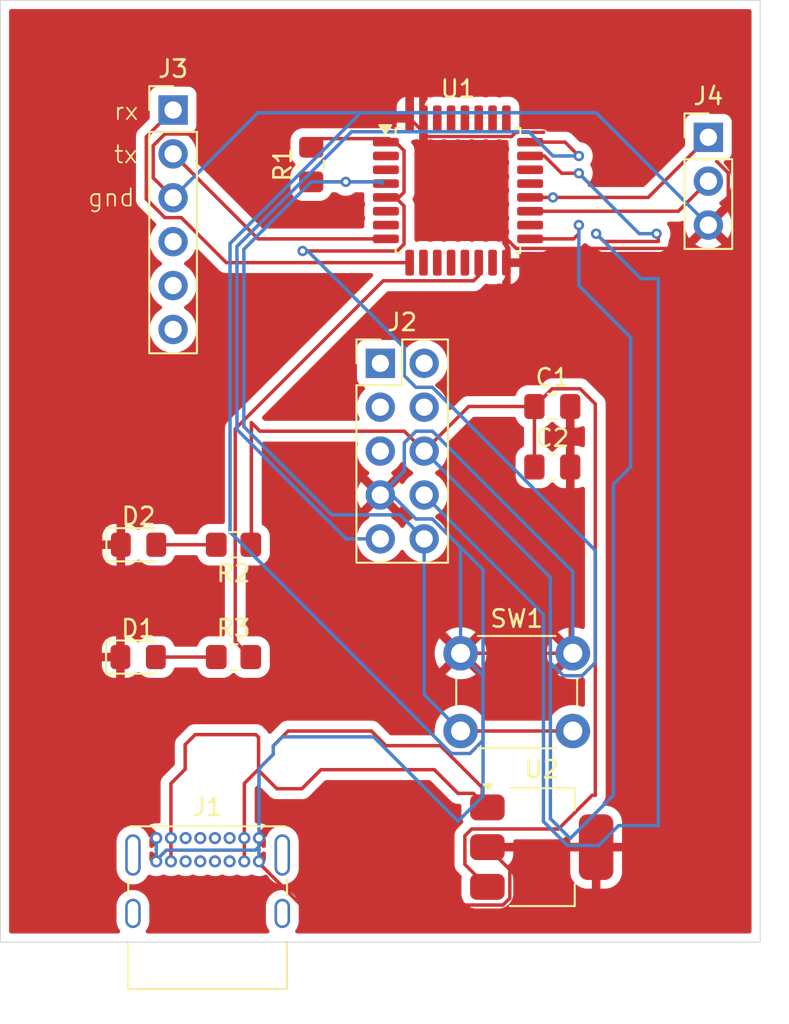
<source format=kicad_pcb>
(kicad_pcb (version 20241229) (generator "pcbnew") (generator_version "9.0")
  (layers (0 "F.Cu" signal) (2 "B.Cu" signal) (13 "F.Paste" user) (15 "B.Paste" user) (5 "F.SilkS" user "F.Silkscreen") (7 "B.SilkS" user "B.Silkscreen") (1 "F.Mask" user) (3 "B.Mask" user) (25 "Edge.Cuts" user))
  (net 0 "")
  (net 1 "VAPP")
  (net 2 "GND")
  (net 3 "Net-(D1-A)")
  (net 4 "Net-(D2-A)")
  (net 9 "+5V")
  (net 34 "TCK_SWCLK")
  (net 37 "TMS_SWDIO")
  (net 39 "NRST")
  (net 45 "tx")
  (net 46 "rx")
  (net 47 "SCL")
  (net 48 "SDA")
  (net 49 "Net-(U1-PB0)")
  (footprint "Connector_PinHeader_2.54mm:PinHeader_2x05_P2.54mm_Vertical" (layer "F.Cu") (at 46.5 50)
    (property "Reference" "J2" (at 1.27 -2.38 0) (layer "F.SilkS"))
    (property "Value" "Conn_02x05_Top_Bottom")
    (fp_line (start -1.38 -1.38) (end 0 -1.38) (stroke (width 0.12)) (layer "F.SilkS"))
    (fp_line (start -1.38 0) (end -1.38 -1.38) (stroke (width 0.12)) (layer "F.SilkS"))
    (fp_line (start -1.38 1.27) (end -1.38 11.54) (stroke (width 0.12)) (layer "F.SilkS"))
    (fp_line (start -1.38 1.27) (end 1.27 1.27) (stroke (width 0.12)) (layer "F.SilkS"))
    (fp_line (start -1.38 11.54) (end 3.92 11.54) (stroke (width 0.12)) (layer "F.SilkS"))
    (fp_line (start 1.27 -1.38) (end 3.92 -1.38) (stroke (width 0.12)) (layer "F.SilkS"))
    (fp_line (start 1.27 1.27) (end 1.27 -1.38) (stroke (width 0.12)) (layer "F.SilkS"))
    (fp_line (start 3.92 -1.38) (end 3.92 11.54) (stroke (width 0.12)) (layer "F.SilkS"))
    (pad "1" thru_hole rect (at 0 0) (size 1.7 1.7) (drill 1) (layers "*.Cu" "*.Mask"))
    (pad "2" thru_hole circle (at 2.54 0) (size 1.7 1.7) (drill 1) (layers "*.Cu" "*.Mask"))
    (pad "3" thru_hole circle (at 0 2.54) (size 1.7 1.7) (drill 1) (layers "*.Cu" "*.Mask"))
    (pad "4" thru_hole circle (at 2.54 2.54) (size 1.7 1.7) (drill 1) (layers "*.Cu" "*.Mask"))
    (pad "5" thru_hole circle (at 0 5.08) (size 1.7 1.7) (drill 1) (layers "*.Cu" "*.Mask"))
    (pad "6" thru_hole circle (at 2.54 5.08) (size 1.7 1.7) (drill 1) (layers "*.Cu" "*.Mask") (net 1 "VAPP"))
    (pad "7" thru_hole circle (at 0 7.62) (size 1.7 1.7) (drill 1) (layers "*.Cu" "*.Mask") (net 2 "GND"))
    (pad "8" thru_hole circle (at 2.54 7.62) (size 1.7 1.7) (drill 1) (layers "*.Cu" "*.Mask") (net 37 "TMS_SWDIO"))
    (pad "9" thru_hole circle (at 0 10.16) (size 1.7 1.7) (drill 1) (layers "*.Cu" "*.Mask") (net 34 "TCK_SWCLK"))
    (pad "10" thru_hole circle (at 2.54 10.16) (size 1.7 1.7) (drill 1) (layers "*.Cu" "*.Mask") (net 39 "NRST"))
  )
  (footprint "Connector_PinHeader_2.54mm:PinHeader_1x06_P2.54mm_Vertical" (layer "F.Cu") (at 34.5 35.34)
    (property "Reference" "J3" (at 0 -2.38 0) (layer "F.SilkS"))
    (property "Value" "Conn_01x06")
    (fp_line (start -1.38 -1.38) (end 0 -1.38) (stroke (width 0.12)) (layer "F.SilkS"))
    (fp_line (start -1.38 0) (end -1.38 -1.38) (stroke (width 0.12)) (layer "F.SilkS"))
    (fp_line (start -1.38 1.27) (end -1.38 14.08) (stroke (width 0.12)) (layer "F.SilkS"))
    (fp_line (start -1.38 1.27) (end 1.38 1.27) (stroke (width 0.12)) (layer "F.SilkS"))
    (fp_line (start -1.38 14.08) (end 1.38 14.08) (stroke (width 0.12)) (layer "F.SilkS"))
    (fp_line (start 1.38 1.27) (end 1.38 14.08) (stroke (width 0.12)) (layer "F.SilkS"))
    (pad "1" thru_hole rect (at 0 0) (size 1.7 1.7) (drill 1) (layers "*.Cu" "*.Mask") (net 46 "rx"))
    (pad "2" thru_hole circle (at 0 2.54) (size 1.7 1.7) (drill 1) (layers "*.Cu" "*.Mask") (net 45 "tx"))
    (pad "3" thru_hole circle (at 0 5.08) (size 1.7 1.7) (drill 1) (layers "*.Cu" "*.Mask") (net 2 "GND"))
    (pad "4" thru_hole circle (at 0 7.62) (size 1.7 1.7) (drill 1) (layers "*.Cu" "*.Mask"))
    (pad "5" thru_hole circle (at 0 10.16) (size 1.7 1.7) (drill 1) (layers "*.Cu" "*.Mask"))
    (pad "6" thru_hole circle (at 0 12.7) (size 1.7 1.7) (drill 1) (layers "*.Cu" "*.Mask"))
  )
  (footprint "Capacitor_SMD:C_0805_2012Metric_Pad1.18x1.45mm_HandSolder" (layer "F.Cu") (at 56.4625 52.5)
    (property "Reference" "C1" (at 0 -1.68 0) (layer "F.SilkS"))
    (property "Value" ".1uf")
    (fp_line (start -0.261252 -0.735) (end 0.261252 -0.735) (stroke (width 0.12)) (layer "F.SilkS"))
    (fp_line (start -0.261252 0.735) (end 0.261252 0.735) (stroke (width 0.12)) (layer "F.SilkS"))
    (pad "1" smd roundrect (at -1.0375 0) (size 1.175 1.45) (layers "F.Cu" "F.Mask" "F.Paste") (roundrect_rratio 0.212766) (net 1 "VAPP"))
    (pad "2" smd roundrect (at 1.0375 0) (size 1.175 1.45) (layers "F.Cu" "F.Mask" "F.Paste") (roundrect_rratio 0.212766) (net 2 "GND"))
  )
  (footprint "Resistor_SMD:R_0805_2012Metric_Pad1.20x1.40mm_HandSolder" (layer "F.Cu") (at 42.5 38.5 90)
    (property "Reference" "R1" (at 0 -1.65 90) (layer "F.SilkS"))
    (property "Value" "4.7k")
    (fp_line (start -0.227064 -0.735) (end 0.227064 -0.735) (stroke (width 0.12)) (layer "F.SilkS"))
    (fp_line (start -0.227064 0.735) (end 0.227064 0.735) (stroke (width 0.12)) (layer "F.SilkS"))
    (pad "1" smd roundrect (at -1 0 90) (size 1.2 1.4) (layers "F.Cu" "F.Mask" "F.Paste") (roundrect_rratio 0.208333) (net 39 "NRST"))
    (pad "2" smd roundrect (at 1 0 90) (size 1.2 1.4) (layers "F.Cu" "F.Mask" "F.Paste") (roundrect_rratio 0.208333) (net 1 "VAPP"))
  )
  (footprint "Connector_USB:USB_C_Receptacle_GCT_USB4085" (layer "F.Cu") (at 33.525 77.475)
    (property "Reference" "J1" (at 2.975 -1.8 0) (layer "F.SilkS"))
    (property "Value" "USB_C_Receptacle_USB2.0_14P")
    (fp_line (start -1.62 2.4) (end -1.62 3.3) (stroke (width 0.12)) (layer "F.SilkS"))
    (fp_line (start -1.62 6) (end -1.62 8.73) (stroke (width 0.12)) (layer "F.SilkS"))
    (fp_line (start -1.62 8.73) (end 7.57 8.73) (stroke (width 0.12)) (layer "F.SilkS"))
    (fp_line (start -1.5 -0.68) (end 7.45 -0.68) (stroke (width 0.12)) (layer "F.SilkS"))
    (fp_line (start 7.57 2.4) (end 7.57 3.3) (stroke (width 0.12)) (layer "F.SilkS"))
    (fp_line (start 7.57 6) (end 7.57 8.73) (stroke (width 0.12)) (layer "F.SilkS"))
    (pad "A1" thru_hole circle (at 0 0) (size 0.7 0.7) (drill 0.4) (layers "*.Cu" "*.Mask") (net 2 "GND"))
    (pad "A4" thru_hole circle (at 0.85 0) (size 0.7 0.7) (drill 0.4) (layers "*.Cu" "*.Mask") (net 9 "+5V"))
    (pad "A5" thru_hole circle (at 1.7 0) (size 0.7 0.7) (drill 0.4) (layers "*.Cu" "*.Mask"))
    (pad "A6" thru_hole circle (at 2.55 0) (size 0.7 0.7) (drill 0.4) (layers "*.Cu" "*.Mask"))
    (pad "A7" thru_hole circle (at 3.4 0) (size 0.7 0.7) (drill 0.4) (layers "*.Cu" "*.Mask"))
    (pad "A8" thru_hole circle (at 4.25 0) (size 0.7 0.7) (drill 0.4) (layers "*.Cu" "*.Mask"))
    (pad "A9" thru_hole circle (at 5.1 0) (size 0.7 0.7) (drill 0.4) (layers "*.Cu" "*.Mask") (net 9 "+5V"))
    (pad "A12" thru_hole circle (at 5.95 0) (size 0.7 0.7) (drill 0.4) (layers "*.Cu" "*.Mask") (net 2 "GND"))
    (pad "B1" thru_hole circle (at 5.95 1.35) (size 0.7 0.7) (drill 0.4) (layers "*.Cu" "*.Mask") (net 2 "GND"))
    (pad "B4" thru_hole circle (at 5.1 1.35) (size 0.7 0.7) (drill 0.4) (layers "*.Cu" "*.Mask") (net 9 "+5V"))
    (pad "B5" thru_hole circle (at 4.25 1.35) (size 0.7 0.7) (drill 0.4) (layers "*.Cu" "*.Mask"))
    (pad "B6" thru_hole circle (at 3.4 1.35) (size 0.7 0.7) (drill 0.4) (layers "*.Cu" "*.Mask"))
    (pad "B7" thru_hole circle (at 2.55 1.35) (size 0.7 0.7) (drill 0.4) (layers "*.Cu" "*.Mask"))
    (pad "B8" thru_hole circle (at 1.7 1.35) (size 0.7 0.7) (drill 0.4) (layers "*.Cu" "*.Mask"))
    (pad "B9" thru_hole circle (at 0.85 1.35) (size 0.7 0.7) (drill 0.4) (layers "*.Cu" "*.Mask") (net 9 "+5V"))
    (pad "B12" thru_hole circle (at 0 1.35) (size 0.7 0.7) (drill 0.4) (layers "*.Cu" "*.Mask") (net 2 "GND"))
    (pad "S1" thru_hole oval (at -1.35 0.98) (size 0.9 2.4) (drill oval 0.6 2.1) (layers "*.Cu" "*.Mask"))
    (pad "S1" thru_hole oval (at -1.35 4.36) (size 0.9 1.7) (drill oval 0.6 1.4) (layers "*.Cu" "*.Mask"))
    (pad "S1" thru_hole oval (at 7.3 0.98) (size 0.9 2.4) (drill oval 0.6 2.1) (layers "*.Cu" "*.Mask"))
    (pad "S1" thru_hole oval (at 7.3 4.36) (size 0.9 1.7) (drill oval 0.6 1.4) (layers "*.Cu" "*.Mask"))
  )
  (footprint "Resistor_SMD:R_0805_2012Metric_Pad1.20x1.40mm_HandSolder" (layer "F.Cu") (at 38 60.5 180)
    (property "Reference" "R2" (at 0 -1.65 0) (layer "F.SilkS"))
    (property "Value" "330")
    (fp_line (start -0.227064 0.735) (end 0.227064 0.735) (stroke (width 0.12)) (layer "F.SilkS"))
    (fp_line (start -0.227064 -0.735) (end 0.227064 -0.735) (stroke (width 0.12)) (layer "F.SilkS"))
    (pad "1" smd roundrect (at -1 0 180) (size 1.2 1.4) (layers "F.Cu" "F.Mask" "F.Paste") (roundrect_rratio 0.208333) (net 1 "VAPP"))
    (pad "2" smd roundrect (at 1 0 180) (size 1.2 1.4) (layers "F.Cu" "F.Mask" "F.Paste") (roundrect_rratio 0.208333) (net 4 "Net-(D2-A)"))
  )
  (footprint "Resistor_SMD:R_0805_2012Metric_Pad1.20x1.40mm_HandSolder" (layer "F.Cu") (at 38 67)
    (property "Reference" "R3" (at 0 -1.65 0) (layer "F.SilkS"))
    (property "Value" "330")
    (fp_line (start -0.227064 -0.735) (end 0.227064 -0.735) (stroke (width 0.12)) (layer "F.SilkS"))
    (fp_line (start -0.227064 0.735) (end 0.227064 0.735) (stroke (width 0.12)) (layer "F.SilkS"))
    (pad "1" smd roundrect (at -1 0) (size 1.2 1.4) (layers "F.Cu" "F.Mask" "F.Paste") (roundrect_rratio 0.208333) (net 3 "Net-(D1-A)"))
    (pad "2" smd roundrect (at 1 0) (size 1.2 1.4) (layers "F.Cu" "F.Mask" "F.Paste") (roundrect_rratio 0.208333) (net 49 "Net-(U1-PB0)"))
  )
  (footprint "LED_SMD:LED_0805_2012Metric_Pad1.15x1.40mm_HandSolder" (layer "F.Cu") (at 32.475 67)
    (property "Reference" "D1" (at 0 -1.65 0) (layer "F.SilkS"))
    (property "Value" "LED")
    (fp_line (start -1.86 -0.96) (end -1.86 0.96) (stroke (width 0.12)) (layer "F.SilkS"))
    (fp_line (start -1.86 0.96) (end 1 0.96) (stroke (width 0.12)) (layer "F.SilkS"))
    (fp_line (start 1 -0.96) (end -1.86 -0.96) (stroke (width 0.12)) (layer "F.SilkS"))
    (pad "1" smd roundrect (at -1.025 0) (size 1.15 1.4) (layers "F.Cu" "F.Mask" "F.Paste") (roundrect_rratio 0.217391) (net 2 "GND"))
    (pad "2" smd roundrect (at 1.025 0) (size 1.15 1.4) (layers "F.Cu" "F.Mask" "F.Paste") (roundrect_rratio 0.217391) (net 3 "Net-(D1-A)"))
  )
  (footprint "LED_SMD:LED_0805_2012Metric_Pad1.15x1.40mm_HandSolder" (layer "F.Cu") (at 32.5 60.5)
    (property "Reference" "D2" (at 0 -1.65 0) (layer "F.SilkS"))
    (property "Value" "LED")
    (fp_line (start -1.86 -0.96) (end -1.86 0.96) (stroke (width 0.12)) (layer "F.SilkS"))
    (fp_line (start -1.86 0.96) (end 1 0.96) (stroke (width 0.12)) (layer "F.SilkS"))
    (fp_line (start 1 -0.96) (end -1.86 -0.96) (stroke (width 0.12)) (layer "F.SilkS"))
    (pad "1" smd roundrect (at -1.025 0) (size 1.15 1.4) (layers "F.Cu" "F.Mask" "F.Paste") (roundrect_rratio 0.217391) (net 2 "GND"))
    (pad "2" smd roundrect (at 1.025 0) (size 1.15 1.4) (layers "F.Cu" "F.Mask" "F.Paste") (roundrect_rratio 0.217391) (net 4 "Net-(D2-A)"))
  )
  (footprint "Capacitor_SMD:C_0805_2012Metric_Pad1.18x1.45mm_HandSolder" (layer "F.Cu") (at 56.4625 56)
    (property "Reference" "C2" (at 0 -1.68 0) (layer "F.SilkS"))
    (property "Value" "10uf")
    (fp_line (start -0.261252 -0.735) (end 0.261252 -0.735) (stroke (width 0.12)) (layer "F.SilkS"))
    (fp_line (start -0.261252 0.735) (end 0.261252 0.735) (stroke (width 0.12)) (layer "F.SilkS"))
    (pad "1" smd roundrect (at -1.0375 0) (size 1.175 1.45) (layers "F.Cu" "F.Mask" "F.Paste") (roundrect_rratio 0.212766) (net 1 "VAPP"))
    (pad "2" smd roundrect (at 1.0375 0) (size 1.175 1.45) (layers "F.Cu" "F.Mask" "F.Paste") (roundrect_rratio 0.212766) (net 2 "GND"))
  )
  (footprint "Connector_PinHeader_2.54mm:PinHeader_1x03_P2.54mm_Vertical" (layer "F.Cu") (at 65.5 36.92)
    (property "Reference" "J4" (at 0 -2.38 0) (layer "F.SilkS"))
    (property "Value" "Conn_01x03")
    (fp_line (start -1.38 -1.38) (end 0 -1.38) (stroke (width 0.12)) (layer "F.SilkS"))
    (fp_line (start -1.38 0) (end -1.38 -1.38) (stroke (width 0.12)) (layer "F.SilkS"))
    (fp_line (start -1.38 1.27) (end -1.38 6.46) (stroke (width 0.12)) (layer "F.SilkS"))
    (fp_line (start -1.38 1.27) (end 1.38 1.27) (stroke (width 0.12)) (layer "F.SilkS"))
    (fp_line (start -1.38 6.46) (end 1.38 6.46) (stroke (width 0.12)) (layer "F.SilkS"))
    (fp_line (start 1.38 1.27) (end 1.38 6.46) (stroke (width 0.12)) (layer "F.SilkS"))
    (pad "1" thru_hole rect (at 0 0) (size 1.7 1.7) (drill 1) (layers "*.Cu" "*.Mask") (net 48 "SDA"))
    (pad "2" thru_hole circle (at 0 2.54) (size 1.7 1.7) (drill 1) (layers "*.Cu" "*.Mask") (net 47 "SCL"))
    (pad "3" thru_hole circle (at 0 5.08) (size 1.7 1.7) (drill 1) (layers "*.Cu" "*.Mask") (net 2 "GND"))
  )
  (footprint "Package_TO_SOT_SMD:SOT-223-3_TabPin2" (layer "F.Cu") (at 55.85 78)
    (property "Reference" "U2" (at 0 -4.5 0) (layer "F.SilkS"))
    (property "Value" "TC1262-33")
    (fp_line (start -1.85 -3.41) (end 1.91 -3.41) (stroke (width 0.12)) (layer "F.SilkS"))
    (fp_line (start -1.85 3.41) (end 1.91 3.41) (stroke (width 0.12)) (layer "F.SilkS"))
    (fp_line (start 1.91 -3.41) (end 1.91 -2.15) (stroke (width 0.12)) (layer "F.SilkS"))
    (fp_line (start 1.91 3.41) (end 1.91 2.15) (stroke (width 0.12)) (layer "F.SilkS"))
    (fp_poly (pts (xy -3.13 -3.31) (xy -3.37 -3.64) (xy -2.89 -3.64) (xy -3.13 -3.31)) (stroke (width 0.12)) (fill yes) (layer "F.SilkS"))
    (pad "1" smd roundrect (at -3.15 -2.3) (size 2 1.5) (layers "F.Cu" "F.Mask" "F.Paste") (net 9 "+5V"))
    (pad "2" smd roundrect (at -3.15 0) (size 2 1.5) (layers "F.Cu" "F.Mask" "F.Paste") (net 2 "GND"))
    (pad "2" smd roundrect (at 3.15 0) (size 2 3.8) (layers "F.Cu" "F.Mask" "F.Paste") (net 2 "GND"))
    (pad "3" smd roundrect (at -3.15 2.3) (size 2 1.5) (layers "F.Cu" "F.Mask" "F.Paste") (net 1 "VAPP"))
  )
  (footprint "Package_QFP:LQFP-32_7x7mm_P0.8mm" (layer "F.Cu") (at 51 40)
    (property "Reference" "U1" (at 0 -5.88 0) (layer "F.SilkS"))
    (property "Value" "STM32L031K6Tx")
    (fp_line (start -3.61 -3.61) (end -3.61 -3.31) (stroke (width 0.12)) (layer "F.SilkS"))
    (fp_line (start -3.61 3.61) (end -3.61 3.31) (stroke (width 0.12)) (layer "F.SilkS"))
    (fp_line (start -3.31 -3.61) (end -3.61 -3.61) (stroke (width 0.12)) (layer "F.SilkS"))
    (fp_line (start -3.31 3.61) (end -3.61 3.61) (stroke (width 0.12)) (layer "F.SilkS"))
    (fp_line (start 3.31 -3.61) (end 3.61 -3.61) (stroke (width 0.12)) (layer "F.SilkS"))
    (fp_line (start 3.31 3.61) (end 3.61 3.61) (stroke (width 0.12)) (layer "F.SilkS"))
    (fp_line (start 3.61 -3.61) (end 3.61 -3.31) (stroke (width 0.12)) (layer "F.SilkS"))
    (fp_line (start 3.61 3.61) (end 3.61 3.31) (stroke (width 0.12)) (layer "F.SilkS"))
    (fp_poly (pts (xy -4.2125 -3.31) (xy -4.5525 -3.78) (xy -3.8725 -3.78)) (stroke (width 0.12)) (fill yes) (layer "F.SilkS"))
    (pad "1" smd roundrect (at -4.175 -2.8) (size 1.5 0.5) (layers "F.Cu" "F.Mask" "F.Paste") (net 1 "VAPP"))
    (pad "2" smd roundrect (at -4.175 -2) (size 1.5 0.5) (layers "F.Cu" "F.Mask" "F.Paste"))
    (pad "3" smd roundrect (at -4.175 -1.2) (size 1.5 0.5) (layers "F.Cu" "F.Mask" "F.Paste"))
    (pad "4" smd roundrect (at -4.175 -0.4) (size 1.5 0.5) (layers "F.Cu" "F.Mask" "F.Paste") (net 39 "NRST"))
    (pad "5" smd roundrect (at -4.175 0.4) (size 1.5 0.5) (layers "F.Cu" "F.Mask" "F.Paste") (net 1 "VAPP"))
    (pad "6" smd roundrect (at -4.175 1.2) (size 1.5 0.5) (layers "F.Cu" "F.Mask" "F.Paste"))
    (pad "7" smd roundrect (at -4.175 2) (size 1.5 0.5) (layers "F.Cu" "F.Mask" "F.Paste"))
    (pad "8" smd roundrect (at -4.175 2.8) (size 1.5 0.5) (layers "F.Cu" "F.Mask" "F.Paste") (net 45 "tx"))
    (pad "9" smd roundrect (at -2.8 4.175) (size 0.5 1.5) (layers "F.Cu" "F.Mask" "F.Paste") (net 46 "rx"))
    (pad "10" smd roundrect (at -2 4.175) (size 0.5 1.5) (layers "F.Cu" "F.Mask" "F.Paste"))
    (pad "11" smd roundrect (at -1.2 4.175) (size 0.5 1.5) (layers "F.Cu" "F.Mask" "F.Paste"))
    (pad "12" smd roundrect (at -0.4 4.175) (size 0.5 1.5) (layers "F.Cu" "F.Mask" "F.Paste"))
    (pad "13" smd roundrect (at 0.4 4.175) (size 0.5 1.5) (layers "F.Cu" "F.Mask" "F.Paste"))
    (pad "14" smd roundrect (at 1.2 4.175) (size 0.5 1.5) (layers "F.Cu" "F.Mask" "F.Paste") (net 49 "Net-(U1-PB0)"))
    (pad "15" smd roundrect (at 2 4.175) (size 0.5 1.5) (layers "F.Cu" "F.Mask" "F.Paste"))
    (pad "16" smd roundrect (at 2.8 4.175) (size 0.5 1.5) (layers "F.Cu" "F.Mask" "F.Paste") (net 2 "GND"))
    (pad "17" smd roundrect (at 4.175 2.8) (size 1.5 0.5) (layers "F.Cu" "F.Mask" "F.Paste") (net 1 "VAPP"))
    (pad "18" smd roundrect (at 4.175 2) (size 1.5 0.5) (layers "F.Cu" "F.Mask" "F.Paste"))
    (pad "19" smd roundrect (at 4.175 1.2) (size 1.5 0.5) (layers "F.Cu" "F.Mask" "F.Paste") (net 47 "SCL"))
    (pad "20" smd roundrect (at 4.175 0.4) (size 1.5 0.5) (layers "F.Cu" "F.Mask" "F.Paste") (net 48 "SDA"))
    (pad "21" smd roundrect (at 4.175 -0.4) (size 1.5 0.5) (layers "F.Cu" "F.Mask" "F.Paste"))
    (pad "22" smd roundrect (at 4.175 -1.2) (size 1.5 0.5) (layers "F.Cu" "F.Mask" "F.Paste"))
    (pad "23" smd roundrect (at 4.175 -2) (size 1.5 0.5) (layers "F.Cu" "F.Mask" "F.Paste") (net 37 "TMS_SWDIO"))
    (pad "24" smd roundrect (at 4.175 -2.8) (size 1.5 0.5) (layers "F.Cu" "F.Mask" "F.Paste") (net 34 "TCK_SWCLK"))
    (pad "25" smd roundrect (at 2.8 -4.175) (size 0.5 1.5) (layers "F.Cu" "F.Mask" "F.Paste"))
    (pad "26" smd roundrect (at 2 -4.175) (size 0.5 1.5) (layers "F.Cu" "F.Mask" "F.Paste"))
    (pad "27" smd roundrect (at 1.2 -4.175) (size 0.5 1.5) (layers "F.Cu" "F.Mask" "F.Paste"))
    (pad "28" smd roundrect (at 0.4 -4.175) (size 0.5 1.5) (layers "F.Cu" "F.Mask" "F.Paste"))
    (pad "29" smd roundrect (at -0.4 -4.175) (size 0.5 1.5) (layers "F.Cu" "F.Mask" "F.Paste"))
    (pad "30" smd roundrect (at -1.2 -4.175) (size 0.5 1.5) (layers "F.Cu" "F.Mask" "F.Paste"))
    (pad "31" smd roundrect (at -2 -4.175) (size 0.5 1.5) (layers "F.Cu" "F.Mask" "F.Paste") (net 2 "GND"))
    (pad "32" smd roundrect (at -2.8 -4.175) (size 0.5 1.5) (layers "F.Cu" "F.Mask" "F.Paste") (net 2 "GND"))
  )
  (footprint "Button_Switch_THT:SW_PUSH_6mm_H4.3mm" (layer "F.Cu") (at 51.15 66.78)
    (property "Reference" "SW1" (at 3.25 -2 0) (layer "F.SilkS"))
    (property "Value" "SW_Push")
    (fp_line (start -0.25 1.5) (end -0.25 3) (stroke (width 0.12)) (layer "F.SilkS"))
    (fp_line (start 1 5.5) (end 5.5 5.5) (stroke (width 0.12)) (layer "F.SilkS"))
    (fp_line (start 5.5 -1) (end 1 -1) (stroke (width 0.12)) (layer "F.SilkS"))
    (fp_line (start 6.75 3) (end 6.75 1.5) (stroke (width 0.12)) (layer "F.SilkS"))
    (pad "1" thru_hole circle (at 0 0 90) (size 2 2) (drill 1.1) (layers "*.Cu" "*.Mask") (net 2 "GND"))
    (pad "1" thru_hole circle (at 6.5 0 90) (size 2 2) (drill 1.1) (layers "*.Cu" "*.Mask") (net 2 "GND"))
    (pad "2" thru_hole circle (at 0 4.5 90) (size 2 2) (drill 1.1) (layers "*.Cu" "*.Mask") (net 39 "NRST"))
    (pad "2" thru_hole circle (at 6.5 4.5 90) (size 2 2) (drill 1.1) (layers "*.Cu" "*.Mask") (net 39 "NRST"))
  )
  (gr_line (start 43 37) (end 47 37) (stroke (width 0.2)) (layer "F.Cu") (net 1))
  (gr_line (start 42.5 37.5) (end 43 37) (stroke (width 0.2)) (layer "F.Cu") (net 1))
  (gr_rect (start 24.5 29) (end 68.5 83.5) (stroke (width 0.05)) (fill no) (layer "Edge.Cuts"))
  (gr_text "gnd" (at 29.5 41 0) (layer "F.SilkS") (effects (font (size 1 1) (thickness 0.1)) (justify left bottom)))
  (gr_text "tx" (at 31 38.5 0) (layer "F.SilkS") (effects (font (size 1 1) (thickness 0.1)) (justify left bottom)))
  (gr_text "rx" (at 31 36 0) (layer "F.SilkS") (effects (font (size 1 1) (thickness 0.1)) (justify left bottom)))
  (segment (start 57.7 42.8) (end 58 42.5) (width 0.2) (layer "F.Cu") (net 1))
  (segment (start 39.03 53.43) (end 39.03 60.47) (width 0.2) (layer "F.Cu") (net 1))
  (segment (start 39.03 60.47) (end 39 60.5) (width 0.2) (layer "F.Cu") (net 1))
  (segment (start 51.62 52.5) (end 49.04 55.08) (width 0.2) (layer "F.Cu") (net 1))
  (segment (start 58 42.5) (end 58 42) (width 0.2) (layer "F.Cu") (net 1))
  (segment (start 58.951 52.35234) (end 58.07266 51.474) (width 0.2) (layer "F.Cu") (net 1))
  (segment (start 47.876 40.895082) (end 47.876 43.104918) (width 0.2) (layer "F.Cu") (net 1))
  (segment (start 46.825 40.4) (end 47.380918 40.4) (width 0.2) (layer "F.Cu") (net 1))
  (segment (start 55.425 56) (end 55.425 52.5) (width 0.2) (layer "F.Cu") (net 1))
  (segment (start 55.175 42.8) (end 57.7 42.8) (width 0.2) (layer "F.Cu") (net 1))
  (segment (start 47.876 40.098999) (end 47.574999 40.4) (width 0.2) (layer "F.Cu") (net 1))
  (segment (start 52.7 80.3) (end 51.399 78.999) (width 0.2) (layer "F.Cu") (net 1))
  (segment (start 58.951 75) (end 58.951 52.35234) (width 0.2) (layer "F.Cu") (net 1))
  (segment (start 47.876 43.104918) (end 47.480918 43.5) (width 0.2) (layer "F.Cu") (net 1))
  (segment (start 58.7705 75) (end 58.951 75) (width 0.2) (layer "F.Cu") (net 1))
  (segment (start 42.8 37.2) (end 42.5 37.5) (width 0.2) (layer "F.Cu") (net 1))
  (segment (start 56.451 51.474) (end 55.425 52.5) (width 0.2) (layer "F.Cu") (net 1))
  (segment (start 39.529 53.929) (end 39.03 53.43) (width 0.2) (layer "F.Cu") (net 1))
  (segment (start 51.399 77.344992) (end 51.794992 76.949) (width 0.2) (layer "F.Cu") (net 1))
  (segment (start 51.794992 76.949) (end 56.8215 76.949) (width 0.2) (layer "F.Cu") (net 1))
  (segment (start 46.825 37.2) (end 47.380918 37.2) (width 0.2) (layer "F.Cu") (net 1))
  (segment (start 47.480918 43.5) (end 42 43.5) (width 0.2) (layer "F.Cu") (net 1))
  (segment (start 41 53.929) (end 39.529 53.929) (width 0.2) (layer "F.Cu") (net 1))
  (segment (start 49.04 55.08) (end 47.889 53.929) (width 0.2) (layer "F.Cu") (net 1))
  (segment (start 55.425 52.5) (end 51.62 52.5) (width 0.2) (layer "F.Cu") (net 1))
  (segment (start 47.380918 37.2) (end 47.876 37.695082) (width 0.2) (layer "F.Cu") (net 1))
  (segment (start 47.876 37.695082) (end 47.876 40.098999) (width 0.2) (layer "F.Cu") (net 1))
  (segment (start 56.8215 76.949) (end 58.7705 75) (width 0.2) (layer "F.Cu") (net 1))
  (segment (start 47.574999 40.4) (end 46.825 40.4) (width 0.2) (layer "F.Cu") (net 1))
  (segment (start 58.07266 51.474) (end 56.451 51.474) (width 0.2) (layer "F.Cu") (net 1))
  (segment (start 47.889 53.929) (end 41 53.929) (width 0.2) (layer "F.Cu") (net 1))
  (segment (start 51.399 78.999) (end 51.399 77.344992) (width 0.2) (layer "F.Cu") (net 1))
  (segment (start 47.380918 40.4) (end 47.876 40.895082) (width 0.2) (layer "F.Cu") (net 1))
  (via (at 58 42) (size 0.6) (drill 0.3) (layers "F.Cu" "B.Cu") (net 1))
  (via (at 58 42) (size 0.6) (drill 0.3) (layers "F.Cu" "B.Cu") (net 1))
  (via (at 42 43.5) (size 0.6) (drill 0.3) (layers "F.Cu" "B.Cu") (net 1))
  (segment (start 58.188892 68.081) (end 57.111108 68.081) (width 0.2) (layer "B.Cu") (net 1))
  (segment (start 49.51676 51.389) (end 58.951 60.82324) (width 0.2) (layer "B.Cu") (net 1))
  (segment (start 60 75) (end 60 57) (width 0.2) (layer "B.Cu") (net 1))
  (segment (start 56.349 76.349) (end 57.5 77.5) (width 0.2) (layer "B.Cu") (net 1))
  (segment (start 58 42) (end 58 45.5) (width 0.2) (layer "B.Cu") (net 1))
  (segment (start 42.302 43.5) (end 47.889 49.087) (width 0.2) (layer "B.Cu") (net 1))
  (segment (start 56.349 67.318892) (end 56.349 62.389) (width 0.2) (layer "B.Cu") (net 1))
  (segment (start 48.56324 51.389) (end 49.51676 51.389) (width 0.2) (layer "B.Cu") (net 1))
  (segment (start 56.349 62.389) (end 49.04 55.08) (width 0.2) (layer "B.Cu") (net 1))
  (segment (start 58.951 60.82324) (end 58.951 67.318892) (width 0.2) (layer "B.Cu") (net 1))
  (segment (start 57.5 77.5) (end 60 75) (width 0.2) (layer "B.Cu") (net 1))
  (segment (start 47.889 49.087) (end 47.889 50.71476) (width 0.2) (layer "B.Cu") (net 1))
  (segment (start 61 56) (end 61 52.5) (width 0.2) (layer "B.Cu") (net 1))
  (segment (start 58.951 67.318892) (end 58.188892 68.081) (width 0.2) (layer "B.Cu") (net 1))
  (segment (start 60 57) (end 61 56) (width 0.2) (layer "B.Cu") (net 1))
  (segment (start 42 43.5) (end 42.302 43.5) (width 0.2) (layer "B.Cu") (net 1))
  (segment (start 47.889 50.71476) (end 48.56324 51.389) (width 0.2) (layer "B.Cu") (net 1))
  (segment (start 56.349 62.389) (end 56.349 76.349) (width 0.2) (layer "B.Cu") (net 1))
  (segment (start 61 48.5) (end 58 45.5) (width 0.2) (layer "B.Cu") (net 1))
  (segment (start 57.111108 68.081) (end 56.349 67.318892) (width 0.2) (layer "B.Cu") (net 1))
  (segment (start 61 52.5) (end 61 48.5) (width 0.2) (layer "B.Cu") (net 1))
  (segment (start 64.149 43.351) (end 54.370082 43.351) (width 0.2) (layer "F.Cu") (net 2))
  (segment (start 52.7 78) (end 54.001 79.301) (width 0.2) (layer "F.Cu") (net 2))
  (segment (start 54.001 80.955008) (end 53.605008 81.351) (width 0.2) (layer "F.Cu") (net 2))
  (segment (start 49.251 36.876) (end 48.2 35.825) (width 0.2) (layer "F.Cu") (net 2))
  (segment (start 37.22924 35.825) (end 48.2 35.825) (width 0.2) (layer "F.Cu") (net 2))
  (segment (start 33.349 39.269) (end 33.349 37.40324) (width 0.2) (layer "F.Cu") (net 2))
  (segment (start 31.475 66.975) (end 31.45 67) (width 0.2) (layer "F.Cu") (net 2))
  (segment (start 54.104918 36.876) (end 49.251 36.876) (width 0.2) (layer "F.Cu") (net 2))
  (segment (start 49 37.980918) (end 49 35.825) (width 0.2) (layer "F.Cu") (net 2))
  (segment (start 57.65 66.35) (end 57.5 66.2) (width 0.2) (layer "F.Cu") (net 2))
  (segment (start 52.7 78) (end 59 78) (width 0.2) (layer "F.Cu") (net 2))
  (segment (start 34.02324 36.729) (end 36.32524 36.729) (width 0.2) (layer "F.Cu") (net 2))
  (segment (start 65.5 42) (end 66.651 40.849) (width 0.2) (layer "F.Cu") (net 2))
  (segment (start 51.15 66.78) (end 57.65 66.78) (width 0.2) (layer "F.Cu") (net 2))
  (segment (start 36.32524 36.729) (end 37.22924 35.825) (width 0.2) (layer "F.Cu") (net 2))
  (segment (start 39.475 78.917074) (end 39.475 78.825) (width 0.2) (layer "F.Cu") (net 2))
  (segment (start 57.5 66.2) (end 57.5 52.5) (width 0.2) (layer "F.Cu") (net 2))
  (segment (start 66.651 38.98324) (end 65.97676 38.309) (width 0.2) (layer "F.Cu") (net 2))
  (segment (start 54.351 36.629918) (end 54.104918 36.876) (width 0.2) (layer "F.Cu") (net 2))
  (segment (start 65.5 42) (end 64.149 43.351) (width 0.2) (layer "F.Cu") (net 2))
  (segment (start 54.001 79.301) (end 54.001 80.955008) (width 0.2) (layer "F.Cu") (net 2))
  (segment (start 54.370082 43.351) (end 49 37.980918) (width 0.2) (layer "F.Cu") (net 2))
  (segment (start 34.5 40.42) (end 33.349 39.269) (width 0.2) (layer "F.Cu") (net 2))
  (segment (start 55.960836 36.629918) (end 54.351 36.629918) (width 0.2) (layer "F.Cu") (net 2))
  (segment (start 63.325 44.175) (end 53.8 44.175) (width 0.2) (layer "F.Cu") (net 2))
  (segment (start 41.908926 81.351) (end 39.475 78.917074) (width 0.2) (layer "F.Cu") (net 2))
  (segment (start 65.5 42) (end 63.325 44.175) (width 0.2) (layer "F.Cu") (net 2))
  (segment (start 33.349 37.40324) (end 34.02324 36.729) (width 0.2) (layer "F.Cu") (net 2))
  (segment (start 66.651 40.849) (end 66.651 38.98324) (width 0.2) (layer "F.Cu") (net 2))
  (segment (start 53.605008 81.351) (end 41.908926 81.351) (width 0.2) (layer "F.Cu") (net 2))
  (segment (start 57.65 66.78) (end 57.65 66.35) (width 0.2) (layer "F.Cu") (net 2))
  (segment (start 46.5 57.62) (end 47.889 56.231) (width 0.2) (layer "B.Cu") (net 2))
  (segment (start 40.3 72.634974) (end 40.3 72.14) (width 0.2) (layer "B.Cu") (net 2))
  (segment (start 51.688892 72.581) (end 52.451 71.818892) (width 0.2) (layer "B.Cu") (net 2))
  (segment (start 52.451 68.081) (end 51.15 66.78) (width 0.2) (layer "B.Cu") (net 2))
  (segment (start 47.17424 57.62) (end 46.5 57.62) (width 0.2) (layer "B.Cu") (net 2))
  (segment (start 48.56324 53.929) (end 49.51676 53.929) (width 0.2) (layer "B.Cu") (net 2))
  (segment (start 39.42 35.5) (end 49 35.5) (width 0.2) (layer "B.Cu") (net 2))
  (segment (start 51 76.5) (end 52.451 75.049) (width 0.2) (layer "B.Cu") (net 2))
  (segment (start 57.65 62.06224) (end 57.65 66.78) (width 0.2) (layer "B.Cu") (net 2))
  (segment (start 49 35.5) (end 45.3658 35.5) (width 0.2) (layer "B.Cu") (net 2))
  (segment (start 39.475 77.969974) (end 39.475 77.475) (width 0.2) (layer "B.Cu") (net 2))
  (segment (start 34.5 40.42) (end 39.42 35.5) (width 0.2) (layer "B.Cu") (net 2))
  (segment (start 50.611108 72.581) (end 51.688892 72.581) (width 0.2) (layer "B.Cu") (net 2))
  (segment (start 52.451 61.94324) (end 49.51676 59.009) (width 0.2) (layer "B.Cu") (net 2))
  (segment (start 49.51676 53.929) (end 57.65 62.06224) (width 0.2) (layer "B.Cu") (net 2))
  (segment (start 52.451 75.049) (end 52.451 68.081) (width 0.2) (layer "B.Cu") (net 2))
  (segment (start 47.889 56.231) (end 47.889 54.60324) (width 0.2) (layer "B.Cu") (net 2))
  (segment (start 46.119 71.619) (end 51 76.5) (width 0.2) (layer "B.Cu") (net 2))
  (segment (start 37.797 59.766892) (end 50.611108 72.581) (width 0.2) (layer "B.Cu") (net 2))
  (segment (start 45.3658 35.5) (end 37.797 43.0688) (width 0.2) (layer "B.Cu") (net 2))
  (segment (start 40.821 71.619) (end 46.119 71.619) (width 0.2) (layer "B.Cu") (net 2))
  (segment (start 39.475 73.459974) (end 40.3 72.634974) (width 0.2) (layer "B.Cu") (net 2))
  (segment (start 39.270974 78.174) (end 39.475 77.969974) (width 0.2) (layer "B.Cu") (net 2))
  (segment (start 49.51676 59.009) (end 48.56324 59.009) (width 0.2) (layer "B.Cu") (net 2))
  (segment (start 47.889 54.60324) (end 48.56324 53.929) (width 0.2) (layer "B.Cu") (net 2))
  (segment (start 49.51676 59.009) (end 51.15 60.64224) (width 0.2) (layer "B.Cu") (net 2))
  (segment (start 37.797 43.0688) (end 37.797 59.766892) (width 0.2) (layer "B.Cu") (net 2))
  (segment (start 33.525 78.825) (end 33.525 78.754346) (width 0.2) (layer "B.Cu") (net 2))
  (segment (start 39.475 78.825) (end 39.475 77.475) (width 0.2) (layer "B.Cu") (net 2))
  (segment (start 51.15 60.64224) (end 51.15 66.78) (width 0.2) (layer "B.Cu") (net 2))
  (segment (start 39.475 77.475) (end 39.475 73.459974) (width 0.2) (layer "B.Cu") (net 2))
  (segment (start 33.525 78.754346) (end 34.105346 78.174) (width 0.2) (layer "B.Cu") (net 2))
  (segment (start 34.105346 78.174) (end 39.270974 78.174) (width 0.2) (layer "B.Cu") (net 2))
  (segment (start 65.5 42) (end 59 35.5) (width 0.2) (layer "B.Cu") (net 2))
  (segment (start 52.451 71.818892) (end 52.451 61.94324) (width 0.2) (layer "B.Cu") (net 2))
  (segment (start 59 35.5) (end 48.5 35.5) (width 0.2) (layer "B.Cu") (net 2))
  (segment (start 33.525 77.475) (end 33.525 78.825) (width 0.2) (layer "B.Cu") (net 2))
  (segment (start 48.56324 59.009) (end 47.17424 57.62) (width 0.2) (layer "B.Cu") (net 2))
  (segment (start 40.3 72.14) (end 40.821 71.619) (width 0.2) (layer "B.Cu") (net 2))
  (segment (start 37 67) (end 33.5 67) (width 0.2) (layer "F.Cu") (net 3))
  (segment (start 37 60.5) (end 33.525 60.5) (width 0.2) (layer "F.Cu") (net 4))
  (segment (start 52.4035 74.549032) (end 49.984468 72.13) (width 0.2) (layer "F.Cu") (net 9))
  (segment (start 52.4035 75.230968) (end 52.4035 74.549032) (width 0.2) (layer "F.Cu") (net 9))
  (segment (start 38.625 78.825) (end 38.625 77.475) (width 0.2) (layer "F.Cu") (net 9))
  (segment (start 46.83 72.13) (end 45.98 71.28) (width 0.2) (layer "F.Cu") (net 9))
  (segment (start 39.45 72.14) (end 39.45 72.210654) (width 0.2) (layer "F.Cu") (net 9))
  (segment (start 52.7 75.7) (end 51.8875 74.8875) (width 0.2) (layer "F.Cu") (net 9))
  (segment (start 39.293974 71.489) (end 39.45 71.645026) (width 0.2) (layer "F.Cu") (net 9))
  (segment (start 39.5 73.5) (end 39.489346 73.5) (width 0.2) (layer "F.Cu") (net 9))
  (segment (start 43.063074 73.519) (end 41.961074 74.621) (width 0.2) (layer "F.Cu") (net 9))
  (segment (start 41.16 71.28) (end 40.3 72.14) (width 0.2) (layer "F.Cu") (net 9))
  (segment (start 34.375 78.825) (end 34.375 77.475) (width 0.2) (layer "F.Cu") (net 9))
  (segment (start 39.45 71.645026) (end 39.45 72.14) (width 0.2) (layer "F.Cu") (net 9))
  (segment (start 51.8875 74.8875) (end 51 74.8875) (width 0.2) (layer "F.Cu") (net 9))
  (segment (start 39.489346 73.5) (end 39.45 73.460654) (width 0.2) (layer "F.Cu") (net 9))
  (segment (start 39.49 73.49) (end 39.5 73.5) (width 0.2) (layer "F.Cu") (net 9))
  (segment (start 35.780346 71.489) (end 39.293974 71.489) (width 0.2) (layer "F.Cu") (net 9))
  (segment (start 39.45 73.49) (end 39.49 73.49) (width 0.2) (layer "F.Cu") (net 9))
  (segment (start 40.510346 74.621) (end 39.45 73.560654) (width 0.2) (layer "F.Cu") (net 9))
  (segment (start 51 74.8875) (end 49.6315 73.519) (width 0.2) (layer "F.Cu") (net 9))
  (segment (start 51.0025 74.89) (end 51 74.8875) (width 0.2) (layer "F.Cu") (net 9))
  (segment (start 35.2 72.634974) (end 35.2 72.14) (width 0.2) (layer "F.Cu") (net 9))
  (segment (start 38.625 74.315) (end 39.45 73.49) (width 0.2) (layer "F.Cu") (net 9))
  (segment (start 35.2 72.069346) (end 35.780346 71.489) (width 0.2) (layer "F.Cu") (net 9))
  (segment (start 45.98 71.28) (end 41.16 71.28) (width 0.2) (layer "F.Cu") (net 9))
  (segment (start 35.2 73.49) (end 35.2 72.14) (width 0.2) (layer "F.Cu") (net 9))
  (segment (start 39.45 73.560654) (end 39.45 73.49) (width 0.2) (layer "F.Cu") (net 9))
  (segment (start 49.984468 72.13) (end 46.83 72.13) (width 0.2) (layer "F.Cu") (net 9))
  (segment (start 39.45 73.460654) (end 39.45 72.14) (width 0.2) (layer "F.Cu") (net 9))
  (segment (start 34.375 74.315) (end 35.2 73.49) (width 0.2) (layer "F.Cu") (net 9))
  (segment (start 49.6315 73.519) (end 43.063074 73.519) (width 0.2) (layer "F.Cu") (net 9))
  (segment (start 41.961074 74.621) (end 40.510346 74.621) (width 0.2) (layer "F.Cu") (net 9))
  (segment (start 38.625 77.475) (end 38.625 74.315) (width 0.2) (layer "F.Cu") (net 9))
  (segment (start 34.375 77.475) (end 34.375 74.315) (width 0.2) (layer "F.Cu") (net 9))
  (segment (start 35.2 72.14) (end 35.2 72.069346) (width 0.2) (layer "F.Cu") (net 9))
  (segment (start 57.2 37.2) (end 58 38) (width 0.2) (layer "F.Cu") (net 34))
  (segment (start 55.963818 37.2) (end 57.2 37.2) (width 0.2) (layer "F.Cu") (net 34))
  (segment (start 55.175 37.2) (end 55.963818 37.2) (width 0.2) (layer "F.Cu") (net 34))
  (via (at 58 38) (size 0.6) (drill 0.3) (layers "F.Cu" "B.Cu") (net 34))
  (via (at 58 38) (size 0.6) (drill 0.3) (layers "F.Cu" "B.Cu") (net 34))
  (segment (start 58 38) (end 56.5 38) (width 0.2) (layer "B.Cu") (net 34))
  (segment (start 56.5 38) (end 55.5 37) (width 0.2) (layer "B.Cu") (net 34))
  (segment (start 44.5258 60.16) (end 38.198 53.8322) (width 0.2) (layer "B.Cu") (net 34))
  (segment (start 38.198 43.2349) (end 44.8339 36.599) (width 0.2) (layer "B.Cu") (net 34))
  (segment (start 38.198 53.8322) (end 38.198 43.2349) (width 0.2) (layer "B.Cu") (net 34))
  (segment (start 46.5 60.16) (end 44.5258 60.16) (width 0.2) (layer "B.Cu") (net 34))
  (segment (start 55.099 36.599) (end 55.5 37) (width 0.2) (layer "B.Cu") (net 34))
  (segment (start 44.8339 36.599) (end 55.099 36.599) (width 0.2) (layer "B.Cu") (net 34))
  (segment (start 62.599 42.599) (end 62.599 42.95) (width 0.2) (layer "F.Cu") (net 37))
  (segment (start 57 39) (end 58 39) (width 0.2) (layer "F.Cu") (net 37))
  (segment (start 59.5 42.95) (end 60 42.95) (width 0.2) (layer "F.Cu") (net 37))
  (segment (start 62.5 42.5) (end 62.599 42.599) (width 0.2) (layer "F.Cu") (net 37))
  (segment (start 60.5 42.95) (end 59.5 42.95) (width 0.2) (layer "F.Cu") (net 37))
  (segment (start 56 38) (end 57 39) (width 0.2) (layer "F.Cu") (net 37))
  (segment (start 59.45 42.95) (end 59 42.5) (width 0.2) (layer "F.Cu") (net 37))
  (segment (start 62.599 42.95) (end 60.5 42.95) (width 0.2) (layer "F.Cu") (net 37))
  (segment (start 55.175 38) (end 56 38) (width 0.2) (layer "F.Cu") (net 37))
  (via (at 58 39) (size 0.6) (drill 0.3) (layers "F.Cu" "B.Cu") (net 37))
  (via (at 59 42.5) (size 0.6) (drill 0.3) (layers "F.Cu" "B.Cu") (net 37))
  (via (at 59 42.5) (size 0.6) (drill 0.3) (layers "F.Cu" "B.Cu") (net 37))
  (via (at 62.5 42.5) (size 0.6) (drill 0.3) (layers "F.Cu" "B.Cu") (net 37))
  (segment (start 62 42.5) (end 62.5 42.5) (width 0.2) (layer "B.Cu") (net 37))
  (segment (start 61.601 45.101) (end 62.601 45.101) (width 0.2) (layer "B.Cu") (net 37))
  (segment (start 55.948 64.528) (end 55.948 76.5151) (width 0.2) (layer "B.Cu") (net 37))
  (segment (start 59 42.5) (end 61.601 45.101) (width 0.2) (layer "B.Cu") (net 37))
  (segment (start 58 39) (end 61.5 42.5) (width 0.2) (layer "B.Cu") (net 37))
  (segment (start 55.948 76.5151) (end 57.3339 77.901) (width 0.2) (layer "B.Cu") (net 37))
  (segment (start 61.5 42.5) (end 62 42.5) (width 0.2) (layer "B.Cu") (net 37))
  (segment (start 59.149 77.901) (end 60.299 76.751) (width 0.2) (layer "B.Cu") (net 37))
  (segment (start 62.601 76.751) (end 62.601 45.101) (width 0.2) (layer "B.Cu") (net 37))
  (segment (start 60.299 76.751) (end 62.601 76.751) (width 0.2) (layer "B.Cu") (net 37))
  (segment (start 57.3339 77.901) (end 59.149 77.901) (width 0.2) (layer "B.Cu") (net 37))
  (segment (start 49.04 57.62) (end 55.948 64.528) (width 0.2) (layer "B.Cu") (net 37))
  (segment (start 51.15 71.28) (end 57.65 71.28) (width 0.2) (layer "F.Cu") (net 39))
  (segment (start 46.725 39.5) (end 42.5 39.5) (width 0.2) (layer "F.Cu") (net 39))
  (segment (start 46.825 39.6) (end 46.725 39.5) (width 0.2) (layer "F.Cu") (net 39))
  (via (at 44.5 39.5) (size 0.6) (drill 0.3) (layers "F.Cu" "B.Cu") (net 39))
  (segment (start 49.04 69.17) (end 51.15 71.28) (width 0.2) (layer "B.Cu") (net 39))
  (segment (start 47.651 58.771) (end 49.04 60.16) (width 0.2) (layer "B.Cu") (net 39))
  (segment (start 38.599 53.6661) (end 38.599 43.401) (width 0.2) (layer "B.Cu") (net 39))
  (segment (start 46.599 39.599) (end 46.599 39.5) (width 0.2) (layer "B.Cu") (net 39))
  (segment (start 42.5 39.5) (end 44.5 39.5) (width 0.2) (layer "B.Cu") (net 39))
  (segment (start 43.7039 58.771) (end 38.599 53.6661) (width 0.2) (layer "B.Cu") (net 39))
  (segment (start 46.5 39.5) (end 46.599 39.599) (width 0.2) (layer "B.Cu") (net 39))
  (segment (start 38.599 43.401) (end 42.5 39.5) (width 0.2) (layer "B.Cu") (net 39))
  (segment (start 47.651 58.771) (end 43.7039 58.771) (width 0.2) (layer "B.Cu") (net 39))
  (segment (start 49.04 60.16) (end 49.04 69.17) (width 0.2) (layer "B.Cu") (net 39))
  (segment (start 44.5 39.5) (end 46.5 39.5) (width 0.2) (layer "B.Cu") (net 39))
  (segment (start 34.5 37.88) (end 39.42 42.8) (width 0.2) (layer "F.Cu") (net 45))
  (segment (start 39.42 42.8) (end 46.825 42.8) (width 0.2) (layer "F.Cu") (net 45))
  (segment (start 37.58076 44.175) (end 48.2 44.175) (width 0.2) (layer "F.Cu") (net 46))
  (segment (start 34.5 35.34) (end 32.948 36.892) (width 0.2) (layer "F.Cu") (net 46))
  (segment (start 34.02324 41.571) (end 34.97676 41.571) (width 0.2) (layer "F.Cu") (net 46))
  (segment (start 32.948 36.892) (end 32.948 40.49576) (width 0.2) (layer "F.Cu") (net 46))
  (segment (start 34.97676 41.571) (end 37.58076 44.175) (width 0.2) (layer "F.Cu") (net 46))
  (segment (start 32.948 40.49576) (end 34.02324 41.571) (width 0.2) (layer "F.Cu") (net 46))
  (segment (start 65.5 39.46) (end 63.76 41.2) (width 0.2) (layer "F.Cu") (net 47))
  (segment (start 63.76 41.2) (end 55.175 41.2) (width 0.2) (layer "F.Cu") (net 47))
  (segment (start 65.5 36.92) (end 62.02 40.4) (width 0.2) (layer "F.Cu") (net 48))
  (segment (start 62.02 40.4) (end 56.5 40.4) (width 0.2) (layer "F.Cu") (net 48))
  (segment (start 55.175 40.4) (end 56.5 40.4) (width 0.2) (layer "F.Cu") (net 48))
  (via (at 56.5 40.4) (size 0.6) (drill 0.3) (layers "F.Cu" "B.Cu") (net 48))
  (segment (start 51.898999 45.226) (end 52.2 44.924999) (width 0.2) (layer "F.Cu") (net 49))
  (segment (start 52.2 44.924999) (end 52.2 44.175) (width 0.2) (layer "F.Cu") (net 49))
  (segment (start 38.099 53.7939) (end 46.6669 45.226) (width 0.2) (layer "F.Cu") (net 49))
  (segment (start 46.6669 45.226) (end 51.898999 45.226) (width 0.2) (layer "F.Cu") (net 49))
  (segment (start 38.099 66.099) (end 38.099 53.7939) (width 0.2) (layer "F.Cu") (net 49))
  (segment (start 39 67) (end 38.099 66.099) (width 0.2) (layer "F.Cu") (net 49))
  (zone (net 2) (net_name "GND") (layer "F.Cu") (priority 1) (connect_pads (clearance 0.5)) (min_thickness 0.25) (fill yes (thermal_gap 0.5) (thermal_bridge_width 0.5))
    (polygon (pts (xy 68.5 29.5) (xy 68 29.5) (xy 68.5 29) (xy 24.5 29) (xy 24.5 83.5) (xy 68.5 83.5)))
  )
)
</source>
